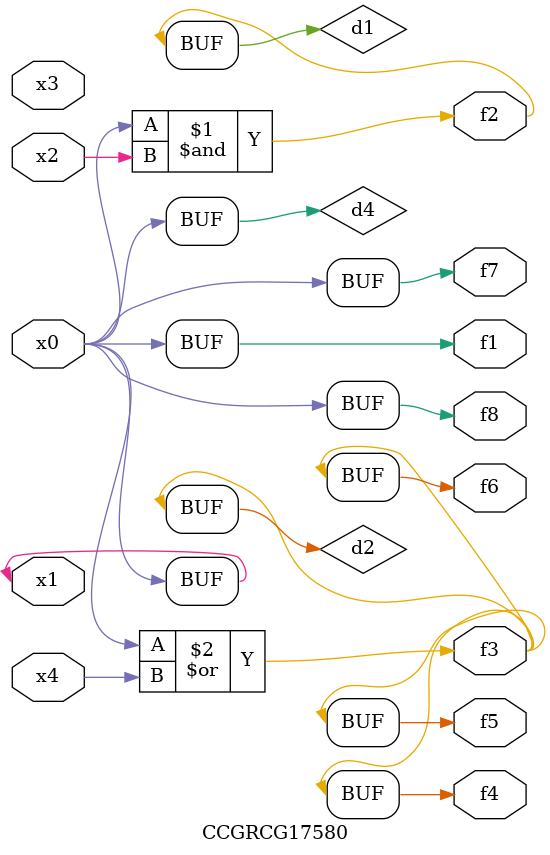
<source format=v>
module CCGRCG17580(
	input x0, x1, x2, x3, x4,
	output f1, f2, f3, f4, f5, f6, f7, f8
);

	wire d1, d2, d3, d4;

	and (d1, x0, x2);
	or (d2, x0, x4);
	nand (d3, x0, x2);
	buf (d4, x0, x1);
	assign f1 = d4;
	assign f2 = d1;
	assign f3 = d2;
	assign f4 = d2;
	assign f5 = d2;
	assign f6 = d2;
	assign f7 = d4;
	assign f8 = d4;
endmodule

</source>
